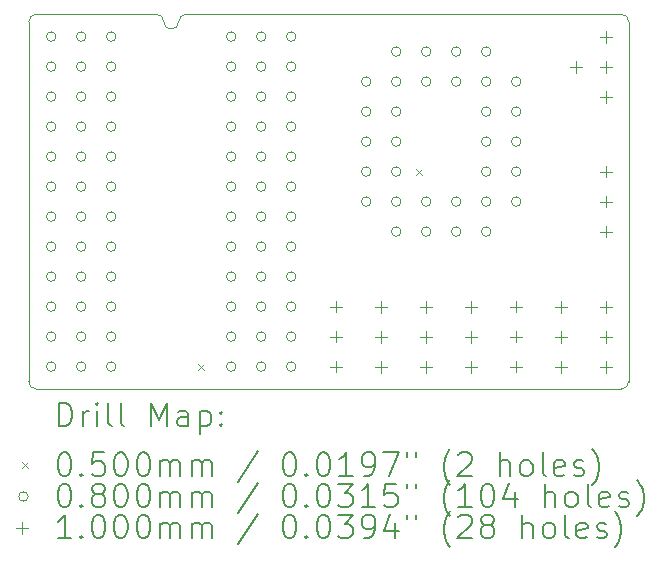
<source format=gbr>
%TF.GenerationSoftware,KiCad,Pcbnew,8.0.4*%
%TF.CreationDate,2024-11-26T19:47:34-06:00*%
%TF.ProjectId,Flash-2716,466c6173-682d-4323-9731-362e6b696361,rev?*%
%TF.SameCoordinates,Original*%
%TF.FileFunction,Drillmap*%
%TF.FilePolarity,Positive*%
%FSLAX45Y45*%
G04 Gerber Fmt 4.5, Leading zero omitted, Abs format (unit mm)*
G04 Created by KiCad (PCBNEW 8.0.4) date 2024-11-26 19:47:34*
%MOMM*%
%LPD*%
G01*
G04 APERTURE LIST*
%ADD10C,0.100000*%
%ADD11C,0.200000*%
G04 APERTURE END LIST*
D10*
X11049000Y-7429500D02*
G75*
G02*
X11112500Y-7493000I0J-63500D01*
G01*
X11239500Y-7493000D02*
G75*
G02*
X11303000Y-7429500I63500J0D01*
G01*
X15049500Y-10541000D02*
G75*
G02*
X14986000Y-10604500I-63500J0D01*
G01*
X11303000Y-7429500D02*
X14986000Y-7429500D01*
X14986000Y-10604500D02*
X10033000Y-10604500D01*
X10033000Y-10604500D02*
G75*
G02*
X9969500Y-10541000I0J63500D01*
G01*
X9969500Y-10541000D02*
X9969500Y-7493000D01*
X10033000Y-7429500D02*
X11049000Y-7429500D01*
X9969500Y-7493000D02*
G75*
G02*
X10033000Y-7429500I63500J0D01*
G01*
X14986000Y-7429500D02*
G75*
G02*
X15049500Y-7493000I0J-63500D01*
G01*
X11239500Y-7493000D02*
G75*
G02*
X11112500Y-7493000I-63500J0D01*
G01*
X15049500Y-7493000D02*
X15049500Y-10541000D01*
D11*
D10*
X11405000Y-10389000D02*
X11455000Y-10439000D01*
X11455000Y-10389000D02*
X11405000Y-10439000D01*
X13246500Y-8738000D02*
X13296500Y-8788000D01*
X13296500Y-8738000D02*
X13246500Y-8788000D01*
X10200000Y-7620000D02*
G75*
G02*
X10120000Y-7620000I-40000J0D01*
G01*
X10120000Y-7620000D02*
G75*
G02*
X10200000Y-7620000I40000J0D01*
G01*
X10200000Y-7874000D02*
G75*
G02*
X10120000Y-7874000I-40000J0D01*
G01*
X10120000Y-7874000D02*
G75*
G02*
X10200000Y-7874000I40000J0D01*
G01*
X10200000Y-8128000D02*
G75*
G02*
X10120000Y-8128000I-40000J0D01*
G01*
X10120000Y-8128000D02*
G75*
G02*
X10200000Y-8128000I40000J0D01*
G01*
X10200000Y-8382000D02*
G75*
G02*
X10120000Y-8382000I-40000J0D01*
G01*
X10120000Y-8382000D02*
G75*
G02*
X10200000Y-8382000I40000J0D01*
G01*
X10200000Y-8636000D02*
G75*
G02*
X10120000Y-8636000I-40000J0D01*
G01*
X10120000Y-8636000D02*
G75*
G02*
X10200000Y-8636000I40000J0D01*
G01*
X10200000Y-8890000D02*
G75*
G02*
X10120000Y-8890000I-40000J0D01*
G01*
X10120000Y-8890000D02*
G75*
G02*
X10200000Y-8890000I40000J0D01*
G01*
X10200000Y-9144000D02*
G75*
G02*
X10120000Y-9144000I-40000J0D01*
G01*
X10120000Y-9144000D02*
G75*
G02*
X10200000Y-9144000I40000J0D01*
G01*
X10200000Y-9398000D02*
G75*
G02*
X10120000Y-9398000I-40000J0D01*
G01*
X10120000Y-9398000D02*
G75*
G02*
X10200000Y-9398000I40000J0D01*
G01*
X10200000Y-9652000D02*
G75*
G02*
X10120000Y-9652000I-40000J0D01*
G01*
X10120000Y-9652000D02*
G75*
G02*
X10200000Y-9652000I40000J0D01*
G01*
X10200000Y-9906000D02*
G75*
G02*
X10120000Y-9906000I-40000J0D01*
G01*
X10120000Y-9906000D02*
G75*
G02*
X10200000Y-9906000I40000J0D01*
G01*
X10200000Y-10160000D02*
G75*
G02*
X10120000Y-10160000I-40000J0D01*
G01*
X10120000Y-10160000D02*
G75*
G02*
X10200000Y-10160000I40000J0D01*
G01*
X10200000Y-10414000D02*
G75*
G02*
X10120000Y-10414000I-40000J0D01*
G01*
X10120000Y-10414000D02*
G75*
G02*
X10200000Y-10414000I40000J0D01*
G01*
X10454000Y-7620000D02*
G75*
G02*
X10374000Y-7620000I-40000J0D01*
G01*
X10374000Y-7620000D02*
G75*
G02*
X10454000Y-7620000I40000J0D01*
G01*
X10454000Y-7874000D02*
G75*
G02*
X10374000Y-7874000I-40000J0D01*
G01*
X10374000Y-7874000D02*
G75*
G02*
X10454000Y-7874000I40000J0D01*
G01*
X10454000Y-8128000D02*
G75*
G02*
X10374000Y-8128000I-40000J0D01*
G01*
X10374000Y-8128000D02*
G75*
G02*
X10454000Y-8128000I40000J0D01*
G01*
X10454000Y-8382000D02*
G75*
G02*
X10374000Y-8382000I-40000J0D01*
G01*
X10374000Y-8382000D02*
G75*
G02*
X10454000Y-8382000I40000J0D01*
G01*
X10454000Y-8636000D02*
G75*
G02*
X10374000Y-8636000I-40000J0D01*
G01*
X10374000Y-8636000D02*
G75*
G02*
X10454000Y-8636000I40000J0D01*
G01*
X10454000Y-8890000D02*
G75*
G02*
X10374000Y-8890000I-40000J0D01*
G01*
X10374000Y-8890000D02*
G75*
G02*
X10454000Y-8890000I40000J0D01*
G01*
X10454000Y-9144000D02*
G75*
G02*
X10374000Y-9144000I-40000J0D01*
G01*
X10374000Y-9144000D02*
G75*
G02*
X10454000Y-9144000I40000J0D01*
G01*
X10454000Y-9398000D02*
G75*
G02*
X10374000Y-9398000I-40000J0D01*
G01*
X10374000Y-9398000D02*
G75*
G02*
X10454000Y-9398000I40000J0D01*
G01*
X10454000Y-9652000D02*
G75*
G02*
X10374000Y-9652000I-40000J0D01*
G01*
X10374000Y-9652000D02*
G75*
G02*
X10454000Y-9652000I40000J0D01*
G01*
X10454000Y-9906000D02*
G75*
G02*
X10374000Y-9906000I-40000J0D01*
G01*
X10374000Y-9906000D02*
G75*
G02*
X10454000Y-9906000I40000J0D01*
G01*
X10454000Y-10160000D02*
G75*
G02*
X10374000Y-10160000I-40000J0D01*
G01*
X10374000Y-10160000D02*
G75*
G02*
X10454000Y-10160000I40000J0D01*
G01*
X10454000Y-10414000D02*
G75*
G02*
X10374000Y-10414000I-40000J0D01*
G01*
X10374000Y-10414000D02*
G75*
G02*
X10454000Y-10414000I40000J0D01*
G01*
X10708000Y-7620000D02*
G75*
G02*
X10628000Y-7620000I-40000J0D01*
G01*
X10628000Y-7620000D02*
G75*
G02*
X10708000Y-7620000I40000J0D01*
G01*
X10708000Y-7874000D02*
G75*
G02*
X10628000Y-7874000I-40000J0D01*
G01*
X10628000Y-7874000D02*
G75*
G02*
X10708000Y-7874000I40000J0D01*
G01*
X10708000Y-8128000D02*
G75*
G02*
X10628000Y-8128000I-40000J0D01*
G01*
X10628000Y-8128000D02*
G75*
G02*
X10708000Y-8128000I40000J0D01*
G01*
X10708000Y-8382000D02*
G75*
G02*
X10628000Y-8382000I-40000J0D01*
G01*
X10628000Y-8382000D02*
G75*
G02*
X10708000Y-8382000I40000J0D01*
G01*
X10708000Y-8636000D02*
G75*
G02*
X10628000Y-8636000I-40000J0D01*
G01*
X10628000Y-8636000D02*
G75*
G02*
X10708000Y-8636000I40000J0D01*
G01*
X10708000Y-8890000D02*
G75*
G02*
X10628000Y-8890000I-40000J0D01*
G01*
X10628000Y-8890000D02*
G75*
G02*
X10708000Y-8890000I40000J0D01*
G01*
X10708000Y-9144000D02*
G75*
G02*
X10628000Y-9144000I-40000J0D01*
G01*
X10628000Y-9144000D02*
G75*
G02*
X10708000Y-9144000I40000J0D01*
G01*
X10708000Y-9398000D02*
G75*
G02*
X10628000Y-9398000I-40000J0D01*
G01*
X10628000Y-9398000D02*
G75*
G02*
X10708000Y-9398000I40000J0D01*
G01*
X10708000Y-9652000D02*
G75*
G02*
X10628000Y-9652000I-40000J0D01*
G01*
X10628000Y-9652000D02*
G75*
G02*
X10708000Y-9652000I40000J0D01*
G01*
X10708000Y-9906000D02*
G75*
G02*
X10628000Y-9906000I-40000J0D01*
G01*
X10628000Y-9906000D02*
G75*
G02*
X10708000Y-9906000I40000J0D01*
G01*
X10708000Y-10160000D02*
G75*
G02*
X10628000Y-10160000I-40000J0D01*
G01*
X10628000Y-10160000D02*
G75*
G02*
X10708000Y-10160000I40000J0D01*
G01*
X10708000Y-10414000D02*
G75*
G02*
X10628000Y-10414000I-40000J0D01*
G01*
X10628000Y-10414000D02*
G75*
G02*
X10708000Y-10414000I40000J0D01*
G01*
X11724000Y-7620000D02*
G75*
G02*
X11644000Y-7620000I-40000J0D01*
G01*
X11644000Y-7620000D02*
G75*
G02*
X11724000Y-7620000I40000J0D01*
G01*
X11724000Y-7874000D02*
G75*
G02*
X11644000Y-7874000I-40000J0D01*
G01*
X11644000Y-7874000D02*
G75*
G02*
X11724000Y-7874000I40000J0D01*
G01*
X11724000Y-8128000D02*
G75*
G02*
X11644000Y-8128000I-40000J0D01*
G01*
X11644000Y-8128000D02*
G75*
G02*
X11724000Y-8128000I40000J0D01*
G01*
X11724000Y-8382000D02*
G75*
G02*
X11644000Y-8382000I-40000J0D01*
G01*
X11644000Y-8382000D02*
G75*
G02*
X11724000Y-8382000I40000J0D01*
G01*
X11724000Y-8636000D02*
G75*
G02*
X11644000Y-8636000I-40000J0D01*
G01*
X11644000Y-8636000D02*
G75*
G02*
X11724000Y-8636000I40000J0D01*
G01*
X11724000Y-8890000D02*
G75*
G02*
X11644000Y-8890000I-40000J0D01*
G01*
X11644000Y-8890000D02*
G75*
G02*
X11724000Y-8890000I40000J0D01*
G01*
X11724000Y-9144000D02*
G75*
G02*
X11644000Y-9144000I-40000J0D01*
G01*
X11644000Y-9144000D02*
G75*
G02*
X11724000Y-9144000I40000J0D01*
G01*
X11724000Y-9398000D02*
G75*
G02*
X11644000Y-9398000I-40000J0D01*
G01*
X11644000Y-9398000D02*
G75*
G02*
X11724000Y-9398000I40000J0D01*
G01*
X11724000Y-9652000D02*
G75*
G02*
X11644000Y-9652000I-40000J0D01*
G01*
X11644000Y-9652000D02*
G75*
G02*
X11724000Y-9652000I40000J0D01*
G01*
X11724000Y-9906000D02*
G75*
G02*
X11644000Y-9906000I-40000J0D01*
G01*
X11644000Y-9906000D02*
G75*
G02*
X11724000Y-9906000I40000J0D01*
G01*
X11724000Y-10160000D02*
G75*
G02*
X11644000Y-10160000I-40000J0D01*
G01*
X11644000Y-10160000D02*
G75*
G02*
X11724000Y-10160000I40000J0D01*
G01*
X11724000Y-10414000D02*
G75*
G02*
X11644000Y-10414000I-40000J0D01*
G01*
X11644000Y-10414000D02*
G75*
G02*
X11724000Y-10414000I40000J0D01*
G01*
X11978000Y-7620000D02*
G75*
G02*
X11898000Y-7620000I-40000J0D01*
G01*
X11898000Y-7620000D02*
G75*
G02*
X11978000Y-7620000I40000J0D01*
G01*
X11978000Y-7874000D02*
G75*
G02*
X11898000Y-7874000I-40000J0D01*
G01*
X11898000Y-7874000D02*
G75*
G02*
X11978000Y-7874000I40000J0D01*
G01*
X11978000Y-8128000D02*
G75*
G02*
X11898000Y-8128000I-40000J0D01*
G01*
X11898000Y-8128000D02*
G75*
G02*
X11978000Y-8128000I40000J0D01*
G01*
X11978000Y-8382000D02*
G75*
G02*
X11898000Y-8382000I-40000J0D01*
G01*
X11898000Y-8382000D02*
G75*
G02*
X11978000Y-8382000I40000J0D01*
G01*
X11978000Y-8636000D02*
G75*
G02*
X11898000Y-8636000I-40000J0D01*
G01*
X11898000Y-8636000D02*
G75*
G02*
X11978000Y-8636000I40000J0D01*
G01*
X11978000Y-8890000D02*
G75*
G02*
X11898000Y-8890000I-40000J0D01*
G01*
X11898000Y-8890000D02*
G75*
G02*
X11978000Y-8890000I40000J0D01*
G01*
X11978000Y-9144000D02*
G75*
G02*
X11898000Y-9144000I-40000J0D01*
G01*
X11898000Y-9144000D02*
G75*
G02*
X11978000Y-9144000I40000J0D01*
G01*
X11978000Y-9398000D02*
G75*
G02*
X11898000Y-9398000I-40000J0D01*
G01*
X11898000Y-9398000D02*
G75*
G02*
X11978000Y-9398000I40000J0D01*
G01*
X11978000Y-9652000D02*
G75*
G02*
X11898000Y-9652000I-40000J0D01*
G01*
X11898000Y-9652000D02*
G75*
G02*
X11978000Y-9652000I40000J0D01*
G01*
X11978000Y-9906000D02*
G75*
G02*
X11898000Y-9906000I-40000J0D01*
G01*
X11898000Y-9906000D02*
G75*
G02*
X11978000Y-9906000I40000J0D01*
G01*
X11978000Y-10160000D02*
G75*
G02*
X11898000Y-10160000I-40000J0D01*
G01*
X11898000Y-10160000D02*
G75*
G02*
X11978000Y-10160000I40000J0D01*
G01*
X11978000Y-10414000D02*
G75*
G02*
X11898000Y-10414000I-40000J0D01*
G01*
X11898000Y-10414000D02*
G75*
G02*
X11978000Y-10414000I40000J0D01*
G01*
X12232000Y-7620000D02*
G75*
G02*
X12152000Y-7620000I-40000J0D01*
G01*
X12152000Y-7620000D02*
G75*
G02*
X12232000Y-7620000I40000J0D01*
G01*
X12232000Y-7874000D02*
G75*
G02*
X12152000Y-7874000I-40000J0D01*
G01*
X12152000Y-7874000D02*
G75*
G02*
X12232000Y-7874000I40000J0D01*
G01*
X12232000Y-8128000D02*
G75*
G02*
X12152000Y-8128000I-40000J0D01*
G01*
X12152000Y-8128000D02*
G75*
G02*
X12232000Y-8128000I40000J0D01*
G01*
X12232000Y-8382000D02*
G75*
G02*
X12152000Y-8382000I-40000J0D01*
G01*
X12152000Y-8382000D02*
G75*
G02*
X12232000Y-8382000I40000J0D01*
G01*
X12232000Y-8636000D02*
G75*
G02*
X12152000Y-8636000I-40000J0D01*
G01*
X12152000Y-8636000D02*
G75*
G02*
X12232000Y-8636000I40000J0D01*
G01*
X12232000Y-8890000D02*
G75*
G02*
X12152000Y-8890000I-40000J0D01*
G01*
X12152000Y-8890000D02*
G75*
G02*
X12232000Y-8890000I40000J0D01*
G01*
X12232000Y-9144000D02*
G75*
G02*
X12152000Y-9144000I-40000J0D01*
G01*
X12152000Y-9144000D02*
G75*
G02*
X12232000Y-9144000I40000J0D01*
G01*
X12232000Y-9398000D02*
G75*
G02*
X12152000Y-9398000I-40000J0D01*
G01*
X12152000Y-9398000D02*
G75*
G02*
X12232000Y-9398000I40000J0D01*
G01*
X12232000Y-9652000D02*
G75*
G02*
X12152000Y-9652000I-40000J0D01*
G01*
X12152000Y-9652000D02*
G75*
G02*
X12232000Y-9652000I40000J0D01*
G01*
X12232000Y-9906000D02*
G75*
G02*
X12152000Y-9906000I-40000J0D01*
G01*
X12152000Y-9906000D02*
G75*
G02*
X12232000Y-9906000I40000J0D01*
G01*
X12232000Y-10160000D02*
G75*
G02*
X12152000Y-10160000I-40000J0D01*
G01*
X12152000Y-10160000D02*
G75*
G02*
X12232000Y-10160000I40000J0D01*
G01*
X12232000Y-10414000D02*
G75*
G02*
X12152000Y-10414000I-40000J0D01*
G01*
X12152000Y-10414000D02*
G75*
G02*
X12232000Y-10414000I40000J0D01*
G01*
X12867000Y-8001000D02*
G75*
G02*
X12787000Y-8001000I-40000J0D01*
G01*
X12787000Y-8001000D02*
G75*
G02*
X12867000Y-8001000I40000J0D01*
G01*
X12867000Y-8255000D02*
G75*
G02*
X12787000Y-8255000I-40000J0D01*
G01*
X12787000Y-8255000D02*
G75*
G02*
X12867000Y-8255000I40000J0D01*
G01*
X12867000Y-8509000D02*
G75*
G02*
X12787000Y-8509000I-40000J0D01*
G01*
X12787000Y-8509000D02*
G75*
G02*
X12867000Y-8509000I40000J0D01*
G01*
X12867000Y-8763000D02*
G75*
G02*
X12787000Y-8763000I-40000J0D01*
G01*
X12787000Y-8763000D02*
G75*
G02*
X12867000Y-8763000I40000J0D01*
G01*
X12867000Y-9017000D02*
G75*
G02*
X12787000Y-9017000I-40000J0D01*
G01*
X12787000Y-9017000D02*
G75*
G02*
X12867000Y-9017000I40000J0D01*
G01*
X13121000Y-7747000D02*
G75*
G02*
X13041000Y-7747000I-40000J0D01*
G01*
X13041000Y-7747000D02*
G75*
G02*
X13121000Y-7747000I40000J0D01*
G01*
X13121000Y-8001000D02*
G75*
G02*
X13041000Y-8001000I-40000J0D01*
G01*
X13041000Y-8001000D02*
G75*
G02*
X13121000Y-8001000I40000J0D01*
G01*
X13121000Y-8255000D02*
G75*
G02*
X13041000Y-8255000I-40000J0D01*
G01*
X13041000Y-8255000D02*
G75*
G02*
X13121000Y-8255000I40000J0D01*
G01*
X13121000Y-8509000D02*
G75*
G02*
X13041000Y-8509000I-40000J0D01*
G01*
X13041000Y-8509000D02*
G75*
G02*
X13121000Y-8509000I40000J0D01*
G01*
X13121000Y-8763000D02*
G75*
G02*
X13041000Y-8763000I-40000J0D01*
G01*
X13041000Y-8763000D02*
G75*
G02*
X13121000Y-8763000I40000J0D01*
G01*
X13121000Y-9017000D02*
G75*
G02*
X13041000Y-9017000I-40000J0D01*
G01*
X13041000Y-9017000D02*
G75*
G02*
X13121000Y-9017000I40000J0D01*
G01*
X13121000Y-9271000D02*
G75*
G02*
X13041000Y-9271000I-40000J0D01*
G01*
X13041000Y-9271000D02*
G75*
G02*
X13121000Y-9271000I40000J0D01*
G01*
X13375000Y-7747000D02*
G75*
G02*
X13295000Y-7747000I-40000J0D01*
G01*
X13295000Y-7747000D02*
G75*
G02*
X13375000Y-7747000I40000J0D01*
G01*
X13375000Y-8001000D02*
G75*
G02*
X13295000Y-8001000I-40000J0D01*
G01*
X13295000Y-8001000D02*
G75*
G02*
X13375000Y-8001000I40000J0D01*
G01*
X13375000Y-9017000D02*
G75*
G02*
X13295000Y-9017000I-40000J0D01*
G01*
X13295000Y-9017000D02*
G75*
G02*
X13375000Y-9017000I40000J0D01*
G01*
X13375000Y-9271000D02*
G75*
G02*
X13295000Y-9271000I-40000J0D01*
G01*
X13295000Y-9271000D02*
G75*
G02*
X13375000Y-9271000I40000J0D01*
G01*
X13629000Y-7747000D02*
G75*
G02*
X13549000Y-7747000I-40000J0D01*
G01*
X13549000Y-7747000D02*
G75*
G02*
X13629000Y-7747000I40000J0D01*
G01*
X13629000Y-8001000D02*
G75*
G02*
X13549000Y-8001000I-40000J0D01*
G01*
X13549000Y-8001000D02*
G75*
G02*
X13629000Y-8001000I40000J0D01*
G01*
X13629000Y-9017000D02*
G75*
G02*
X13549000Y-9017000I-40000J0D01*
G01*
X13549000Y-9017000D02*
G75*
G02*
X13629000Y-9017000I40000J0D01*
G01*
X13629000Y-9271000D02*
G75*
G02*
X13549000Y-9271000I-40000J0D01*
G01*
X13549000Y-9271000D02*
G75*
G02*
X13629000Y-9271000I40000J0D01*
G01*
X13883000Y-7747000D02*
G75*
G02*
X13803000Y-7747000I-40000J0D01*
G01*
X13803000Y-7747000D02*
G75*
G02*
X13883000Y-7747000I40000J0D01*
G01*
X13883000Y-8001000D02*
G75*
G02*
X13803000Y-8001000I-40000J0D01*
G01*
X13803000Y-8001000D02*
G75*
G02*
X13883000Y-8001000I40000J0D01*
G01*
X13883000Y-8255000D02*
G75*
G02*
X13803000Y-8255000I-40000J0D01*
G01*
X13803000Y-8255000D02*
G75*
G02*
X13883000Y-8255000I40000J0D01*
G01*
X13883000Y-8509000D02*
G75*
G02*
X13803000Y-8509000I-40000J0D01*
G01*
X13803000Y-8509000D02*
G75*
G02*
X13883000Y-8509000I40000J0D01*
G01*
X13883000Y-8763000D02*
G75*
G02*
X13803000Y-8763000I-40000J0D01*
G01*
X13803000Y-8763000D02*
G75*
G02*
X13883000Y-8763000I40000J0D01*
G01*
X13883000Y-9017000D02*
G75*
G02*
X13803000Y-9017000I-40000J0D01*
G01*
X13803000Y-9017000D02*
G75*
G02*
X13883000Y-9017000I40000J0D01*
G01*
X13883000Y-9271000D02*
G75*
G02*
X13803000Y-9271000I-40000J0D01*
G01*
X13803000Y-9271000D02*
G75*
G02*
X13883000Y-9271000I40000J0D01*
G01*
X14137000Y-8001000D02*
G75*
G02*
X14057000Y-8001000I-40000J0D01*
G01*
X14057000Y-8001000D02*
G75*
G02*
X14137000Y-8001000I40000J0D01*
G01*
X14137000Y-8255000D02*
G75*
G02*
X14057000Y-8255000I-40000J0D01*
G01*
X14057000Y-8255000D02*
G75*
G02*
X14137000Y-8255000I40000J0D01*
G01*
X14137000Y-8509000D02*
G75*
G02*
X14057000Y-8509000I-40000J0D01*
G01*
X14057000Y-8509000D02*
G75*
G02*
X14137000Y-8509000I40000J0D01*
G01*
X14137000Y-8763000D02*
G75*
G02*
X14057000Y-8763000I-40000J0D01*
G01*
X14057000Y-8763000D02*
G75*
G02*
X14137000Y-8763000I40000J0D01*
G01*
X14137000Y-9017000D02*
G75*
G02*
X14057000Y-9017000I-40000J0D01*
G01*
X14057000Y-9017000D02*
G75*
G02*
X14137000Y-9017000I40000J0D01*
G01*
X12573000Y-9856000D02*
X12573000Y-9956000D01*
X12523000Y-9906000D02*
X12623000Y-9906000D01*
X12573000Y-10110000D02*
X12573000Y-10210000D01*
X12523000Y-10160000D02*
X12623000Y-10160000D01*
X12573000Y-10364000D02*
X12573000Y-10464000D01*
X12523000Y-10414000D02*
X12623000Y-10414000D01*
X12954000Y-9857500D02*
X12954000Y-9957500D01*
X12904000Y-9907500D02*
X13004000Y-9907500D01*
X12954000Y-10111500D02*
X12954000Y-10211500D01*
X12904000Y-10161500D02*
X13004000Y-10161500D01*
X12954000Y-10365500D02*
X12954000Y-10465500D01*
X12904000Y-10415500D02*
X13004000Y-10415500D01*
X13335000Y-9857500D02*
X13335000Y-9957500D01*
X13285000Y-9907500D02*
X13385000Y-9907500D01*
X13335000Y-10111500D02*
X13335000Y-10211500D01*
X13285000Y-10161500D02*
X13385000Y-10161500D01*
X13335000Y-10365500D02*
X13335000Y-10465500D01*
X13285000Y-10415500D02*
X13385000Y-10415500D01*
X13716000Y-9857500D02*
X13716000Y-9957500D01*
X13666000Y-9907500D02*
X13766000Y-9907500D01*
X13716000Y-10111500D02*
X13716000Y-10211500D01*
X13666000Y-10161500D02*
X13766000Y-10161500D01*
X13716000Y-10365500D02*
X13716000Y-10465500D01*
X13666000Y-10415500D02*
X13766000Y-10415500D01*
X14097000Y-9856000D02*
X14097000Y-9956000D01*
X14047000Y-9906000D02*
X14147000Y-9906000D01*
X14097000Y-10110000D02*
X14097000Y-10210000D01*
X14047000Y-10160000D02*
X14147000Y-10160000D01*
X14097000Y-10364000D02*
X14097000Y-10464000D01*
X14047000Y-10414000D02*
X14147000Y-10414000D01*
X14478000Y-9857500D02*
X14478000Y-9957500D01*
X14428000Y-9907500D02*
X14528000Y-9907500D01*
X14478000Y-10111500D02*
X14478000Y-10211500D01*
X14428000Y-10161500D02*
X14528000Y-10161500D01*
X14478000Y-10365500D02*
X14478000Y-10465500D01*
X14428000Y-10415500D02*
X14528000Y-10415500D01*
X14605000Y-7825500D02*
X14605000Y-7925500D01*
X14555000Y-7875500D02*
X14655000Y-7875500D01*
X14859000Y-7571500D02*
X14859000Y-7671500D01*
X14809000Y-7621500D02*
X14909000Y-7621500D01*
X14859000Y-7825500D02*
X14859000Y-7925500D01*
X14809000Y-7875500D02*
X14909000Y-7875500D01*
X14859000Y-8079500D02*
X14859000Y-8179500D01*
X14809000Y-8129500D02*
X14909000Y-8129500D01*
X14859000Y-8713000D02*
X14859000Y-8813000D01*
X14809000Y-8763000D02*
X14909000Y-8763000D01*
X14859000Y-8967000D02*
X14859000Y-9067000D01*
X14809000Y-9017000D02*
X14909000Y-9017000D01*
X14859000Y-9221000D02*
X14859000Y-9321000D01*
X14809000Y-9271000D02*
X14909000Y-9271000D01*
X14859000Y-9857500D02*
X14859000Y-9957500D01*
X14809000Y-9907500D02*
X14909000Y-9907500D01*
X14859000Y-10111500D02*
X14859000Y-10211500D01*
X14809000Y-10161500D02*
X14909000Y-10161500D01*
X14859000Y-10365500D02*
X14859000Y-10465500D01*
X14809000Y-10415500D02*
X14909000Y-10415500D01*
D11*
X10225277Y-10920984D02*
X10225277Y-10720984D01*
X10225277Y-10720984D02*
X10272896Y-10720984D01*
X10272896Y-10720984D02*
X10301467Y-10730508D01*
X10301467Y-10730508D02*
X10320515Y-10749555D01*
X10320515Y-10749555D02*
X10330039Y-10768603D01*
X10330039Y-10768603D02*
X10339563Y-10806698D01*
X10339563Y-10806698D02*
X10339563Y-10835270D01*
X10339563Y-10835270D02*
X10330039Y-10873365D01*
X10330039Y-10873365D02*
X10320515Y-10892412D01*
X10320515Y-10892412D02*
X10301467Y-10911460D01*
X10301467Y-10911460D02*
X10272896Y-10920984D01*
X10272896Y-10920984D02*
X10225277Y-10920984D01*
X10425277Y-10920984D02*
X10425277Y-10787650D01*
X10425277Y-10825746D02*
X10434801Y-10806698D01*
X10434801Y-10806698D02*
X10444324Y-10797174D01*
X10444324Y-10797174D02*
X10463372Y-10787650D01*
X10463372Y-10787650D02*
X10482420Y-10787650D01*
X10549086Y-10920984D02*
X10549086Y-10787650D01*
X10549086Y-10720984D02*
X10539563Y-10730508D01*
X10539563Y-10730508D02*
X10549086Y-10740031D01*
X10549086Y-10740031D02*
X10558610Y-10730508D01*
X10558610Y-10730508D02*
X10549086Y-10720984D01*
X10549086Y-10720984D02*
X10549086Y-10740031D01*
X10672896Y-10920984D02*
X10653848Y-10911460D01*
X10653848Y-10911460D02*
X10644324Y-10892412D01*
X10644324Y-10892412D02*
X10644324Y-10720984D01*
X10777658Y-10920984D02*
X10758610Y-10911460D01*
X10758610Y-10911460D02*
X10749086Y-10892412D01*
X10749086Y-10892412D02*
X10749086Y-10720984D01*
X11006229Y-10920984D02*
X11006229Y-10720984D01*
X11006229Y-10720984D02*
X11072896Y-10863841D01*
X11072896Y-10863841D02*
X11139563Y-10720984D01*
X11139563Y-10720984D02*
X11139563Y-10920984D01*
X11320515Y-10920984D02*
X11320515Y-10816222D01*
X11320515Y-10816222D02*
X11310991Y-10797174D01*
X11310991Y-10797174D02*
X11291943Y-10787650D01*
X11291943Y-10787650D02*
X11253848Y-10787650D01*
X11253848Y-10787650D02*
X11234801Y-10797174D01*
X11320515Y-10911460D02*
X11301467Y-10920984D01*
X11301467Y-10920984D02*
X11253848Y-10920984D01*
X11253848Y-10920984D02*
X11234801Y-10911460D01*
X11234801Y-10911460D02*
X11225277Y-10892412D01*
X11225277Y-10892412D02*
X11225277Y-10873365D01*
X11225277Y-10873365D02*
X11234801Y-10854317D01*
X11234801Y-10854317D02*
X11253848Y-10844793D01*
X11253848Y-10844793D02*
X11301467Y-10844793D01*
X11301467Y-10844793D02*
X11320515Y-10835270D01*
X11415753Y-10787650D02*
X11415753Y-10987650D01*
X11415753Y-10797174D02*
X11434801Y-10787650D01*
X11434801Y-10787650D02*
X11472896Y-10787650D01*
X11472896Y-10787650D02*
X11491943Y-10797174D01*
X11491943Y-10797174D02*
X11501467Y-10806698D01*
X11501467Y-10806698D02*
X11510991Y-10825746D01*
X11510991Y-10825746D02*
X11510991Y-10882889D01*
X11510991Y-10882889D02*
X11501467Y-10901936D01*
X11501467Y-10901936D02*
X11491943Y-10911460D01*
X11491943Y-10911460D02*
X11472896Y-10920984D01*
X11472896Y-10920984D02*
X11434801Y-10920984D01*
X11434801Y-10920984D02*
X11415753Y-10911460D01*
X11596705Y-10901936D02*
X11606229Y-10911460D01*
X11606229Y-10911460D02*
X11596705Y-10920984D01*
X11596705Y-10920984D02*
X11587182Y-10911460D01*
X11587182Y-10911460D02*
X11596705Y-10901936D01*
X11596705Y-10901936D02*
X11596705Y-10920984D01*
X11596705Y-10797174D02*
X11606229Y-10806698D01*
X11606229Y-10806698D02*
X11596705Y-10816222D01*
X11596705Y-10816222D02*
X11587182Y-10806698D01*
X11587182Y-10806698D02*
X11596705Y-10797174D01*
X11596705Y-10797174D02*
X11596705Y-10816222D01*
D10*
X9914500Y-11224500D02*
X9964500Y-11274500D01*
X9964500Y-11224500D02*
X9914500Y-11274500D01*
D11*
X10263372Y-11140984D02*
X10282420Y-11140984D01*
X10282420Y-11140984D02*
X10301467Y-11150508D01*
X10301467Y-11150508D02*
X10310991Y-11160031D01*
X10310991Y-11160031D02*
X10320515Y-11179079D01*
X10320515Y-11179079D02*
X10330039Y-11217174D01*
X10330039Y-11217174D02*
X10330039Y-11264793D01*
X10330039Y-11264793D02*
X10320515Y-11302888D01*
X10320515Y-11302888D02*
X10310991Y-11321936D01*
X10310991Y-11321936D02*
X10301467Y-11331460D01*
X10301467Y-11331460D02*
X10282420Y-11340984D01*
X10282420Y-11340984D02*
X10263372Y-11340984D01*
X10263372Y-11340984D02*
X10244324Y-11331460D01*
X10244324Y-11331460D02*
X10234801Y-11321936D01*
X10234801Y-11321936D02*
X10225277Y-11302888D01*
X10225277Y-11302888D02*
X10215753Y-11264793D01*
X10215753Y-11264793D02*
X10215753Y-11217174D01*
X10215753Y-11217174D02*
X10225277Y-11179079D01*
X10225277Y-11179079D02*
X10234801Y-11160031D01*
X10234801Y-11160031D02*
X10244324Y-11150508D01*
X10244324Y-11150508D02*
X10263372Y-11140984D01*
X10415753Y-11321936D02*
X10425277Y-11331460D01*
X10425277Y-11331460D02*
X10415753Y-11340984D01*
X10415753Y-11340984D02*
X10406229Y-11331460D01*
X10406229Y-11331460D02*
X10415753Y-11321936D01*
X10415753Y-11321936D02*
X10415753Y-11340984D01*
X10606229Y-11140984D02*
X10510991Y-11140984D01*
X10510991Y-11140984D02*
X10501467Y-11236222D01*
X10501467Y-11236222D02*
X10510991Y-11226698D01*
X10510991Y-11226698D02*
X10530039Y-11217174D01*
X10530039Y-11217174D02*
X10577658Y-11217174D01*
X10577658Y-11217174D02*
X10596705Y-11226698D01*
X10596705Y-11226698D02*
X10606229Y-11236222D01*
X10606229Y-11236222D02*
X10615753Y-11255269D01*
X10615753Y-11255269D02*
X10615753Y-11302888D01*
X10615753Y-11302888D02*
X10606229Y-11321936D01*
X10606229Y-11321936D02*
X10596705Y-11331460D01*
X10596705Y-11331460D02*
X10577658Y-11340984D01*
X10577658Y-11340984D02*
X10530039Y-11340984D01*
X10530039Y-11340984D02*
X10510991Y-11331460D01*
X10510991Y-11331460D02*
X10501467Y-11321936D01*
X10739563Y-11140984D02*
X10758610Y-11140984D01*
X10758610Y-11140984D02*
X10777658Y-11150508D01*
X10777658Y-11150508D02*
X10787182Y-11160031D01*
X10787182Y-11160031D02*
X10796705Y-11179079D01*
X10796705Y-11179079D02*
X10806229Y-11217174D01*
X10806229Y-11217174D02*
X10806229Y-11264793D01*
X10806229Y-11264793D02*
X10796705Y-11302888D01*
X10796705Y-11302888D02*
X10787182Y-11321936D01*
X10787182Y-11321936D02*
X10777658Y-11331460D01*
X10777658Y-11331460D02*
X10758610Y-11340984D01*
X10758610Y-11340984D02*
X10739563Y-11340984D01*
X10739563Y-11340984D02*
X10720515Y-11331460D01*
X10720515Y-11331460D02*
X10710991Y-11321936D01*
X10710991Y-11321936D02*
X10701467Y-11302888D01*
X10701467Y-11302888D02*
X10691944Y-11264793D01*
X10691944Y-11264793D02*
X10691944Y-11217174D01*
X10691944Y-11217174D02*
X10701467Y-11179079D01*
X10701467Y-11179079D02*
X10710991Y-11160031D01*
X10710991Y-11160031D02*
X10720515Y-11150508D01*
X10720515Y-11150508D02*
X10739563Y-11140984D01*
X10930039Y-11140984D02*
X10949086Y-11140984D01*
X10949086Y-11140984D02*
X10968134Y-11150508D01*
X10968134Y-11150508D02*
X10977658Y-11160031D01*
X10977658Y-11160031D02*
X10987182Y-11179079D01*
X10987182Y-11179079D02*
X10996705Y-11217174D01*
X10996705Y-11217174D02*
X10996705Y-11264793D01*
X10996705Y-11264793D02*
X10987182Y-11302888D01*
X10987182Y-11302888D02*
X10977658Y-11321936D01*
X10977658Y-11321936D02*
X10968134Y-11331460D01*
X10968134Y-11331460D02*
X10949086Y-11340984D01*
X10949086Y-11340984D02*
X10930039Y-11340984D01*
X10930039Y-11340984D02*
X10910991Y-11331460D01*
X10910991Y-11331460D02*
X10901467Y-11321936D01*
X10901467Y-11321936D02*
X10891944Y-11302888D01*
X10891944Y-11302888D02*
X10882420Y-11264793D01*
X10882420Y-11264793D02*
X10882420Y-11217174D01*
X10882420Y-11217174D02*
X10891944Y-11179079D01*
X10891944Y-11179079D02*
X10901467Y-11160031D01*
X10901467Y-11160031D02*
X10910991Y-11150508D01*
X10910991Y-11150508D02*
X10930039Y-11140984D01*
X11082420Y-11340984D02*
X11082420Y-11207650D01*
X11082420Y-11226698D02*
X11091944Y-11217174D01*
X11091944Y-11217174D02*
X11110991Y-11207650D01*
X11110991Y-11207650D02*
X11139563Y-11207650D01*
X11139563Y-11207650D02*
X11158610Y-11217174D01*
X11158610Y-11217174D02*
X11168134Y-11236222D01*
X11168134Y-11236222D02*
X11168134Y-11340984D01*
X11168134Y-11236222D02*
X11177658Y-11217174D01*
X11177658Y-11217174D02*
X11196705Y-11207650D01*
X11196705Y-11207650D02*
X11225277Y-11207650D01*
X11225277Y-11207650D02*
X11244324Y-11217174D01*
X11244324Y-11217174D02*
X11253848Y-11236222D01*
X11253848Y-11236222D02*
X11253848Y-11340984D01*
X11349086Y-11340984D02*
X11349086Y-11207650D01*
X11349086Y-11226698D02*
X11358610Y-11217174D01*
X11358610Y-11217174D02*
X11377658Y-11207650D01*
X11377658Y-11207650D02*
X11406229Y-11207650D01*
X11406229Y-11207650D02*
X11425277Y-11217174D01*
X11425277Y-11217174D02*
X11434801Y-11236222D01*
X11434801Y-11236222D02*
X11434801Y-11340984D01*
X11434801Y-11236222D02*
X11444324Y-11217174D01*
X11444324Y-11217174D02*
X11463372Y-11207650D01*
X11463372Y-11207650D02*
X11491943Y-11207650D01*
X11491943Y-11207650D02*
X11510991Y-11217174D01*
X11510991Y-11217174D02*
X11520515Y-11236222D01*
X11520515Y-11236222D02*
X11520515Y-11340984D01*
X11910991Y-11131460D02*
X11739563Y-11388603D01*
X12168134Y-11140984D02*
X12187182Y-11140984D01*
X12187182Y-11140984D02*
X12206229Y-11150508D01*
X12206229Y-11150508D02*
X12215753Y-11160031D01*
X12215753Y-11160031D02*
X12225277Y-11179079D01*
X12225277Y-11179079D02*
X12234801Y-11217174D01*
X12234801Y-11217174D02*
X12234801Y-11264793D01*
X12234801Y-11264793D02*
X12225277Y-11302888D01*
X12225277Y-11302888D02*
X12215753Y-11321936D01*
X12215753Y-11321936D02*
X12206229Y-11331460D01*
X12206229Y-11331460D02*
X12187182Y-11340984D01*
X12187182Y-11340984D02*
X12168134Y-11340984D01*
X12168134Y-11340984D02*
X12149086Y-11331460D01*
X12149086Y-11331460D02*
X12139563Y-11321936D01*
X12139563Y-11321936D02*
X12130039Y-11302888D01*
X12130039Y-11302888D02*
X12120515Y-11264793D01*
X12120515Y-11264793D02*
X12120515Y-11217174D01*
X12120515Y-11217174D02*
X12130039Y-11179079D01*
X12130039Y-11179079D02*
X12139563Y-11160031D01*
X12139563Y-11160031D02*
X12149086Y-11150508D01*
X12149086Y-11150508D02*
X12168134Y-11140984D01*
X12320515Y-11321936D02*
X12330039Y-11331460D01*
X12330039Y-11331460D02*
X12320515Y-11340984D01*
X12320515Y-11340984D02*
X12310991Y-11331460D01*
X12310991Y-11331460D02*
X12320515Y-11321936D01*
X12320515Y-11321936D02*
X12320515Y-11340984D01*
X12453848Y-11140984D02*
X12472896Y-11140984D01*
X12472896Y-11140984D02*
X12491944Y-11150508D01*
X12491944Y-11150508D02*
X12501467Y-11160031D01*
X12501467Y-11160031D02*
X12510991Y-11179079D01*
X12510991Y-11179079D02*
X12520515Y-11217174D01*
X12520515Y-11217174D02*
X12520515Y-11264793D01*
X12520515Y-11264793D02*
X12510991Y-11302888D01*
X12510991Y-11302888D02*
X12501467Y-11321936D01*
X12501467Y-11321936D02*
X12491944Y-11331460D01*
X12491944Y-11331460D02*
X12472896Y-11340984D01*
X12472896Y-11340984D02*
X12453848Y-11340984D01*
X12453848Y-11340984D02*
X12434801Y-11331460D01*
X12434801Y-11331460D02*
X12425277Y-11321936D01*
X12425277Y-11321936D02*
X12415753Y-11302888D01*
X12415753Y-11302888D02*
X12406229Y-11264793D01*
X12406229Y-11264793D02*
X12406229Y-11217174D01*
X12406229Y-11217174D02*
X12415753Y-11179079D01*
X12415753Y-11179079D02*
X12425277Y-11160031D01*
X12425277Y-11160031D02*
X12434801Y-11150508D01*
X12434801Y-11150508D02*
X12453848Y-11140984D01*
X12710991Y-11340984D02*
X12596706Y-11340984D01*
X12653848Y-11340984D02*
X12653848Y-11140984D01*
X12653848Y-11140984D02*
X12634801Y-11169555D01*
X12634801Y-11169555D02*
X12615753Y-11188603D01*
X12615753Y-11188603D02*
X12596706Y-11198127D01*
X12806229Y-11340984D02*
X12844325Y-11340984D01*
X12844325Y-11340984D02*
X12863372Y-11331460D01*
X12863372Y-11331460D02*
X12872896Y-11321936D01*
X12872896Y-11321936D02*
X12891944Y-11293365D01*
X12891944Y-11293365D02*
X12901467Y-11255269D01*
X12901467Y-11255269D02*
X12901467Y-11179079D01*
X12901467Y-11179079D02*
X12891944Y-11160031D01*
X12891944Y-11160031D02*
X12882420Y-11150508D01*
X12882420Y-11150508D02*
X12863372Y-11140984D01*
X12863372Y-11140984D02*
X12825277Y-11140984D01*
X12825277Y-11140984D02*
X12806229Y-11150508D01*
X12806229Y-11150508D02*
X12796706Y-11160031D01*
X12796706Y-11160031D02*
X12787182Y-11179079D01*
X12787182Y-11179079D02*
X12787182Y-11226698D01*
X12787182Y-11226698D02*
X12796706Y-11245746D01*
X12796706Y-11245746D02*
X12806229Y-11255269D01*
X12806229Y-11255269D02*
X12825277Y-11264793D01*
X12825277Y-11264793D02*
X12863372Y-11264793D01*
X12863372Y-11264793D02*
X12882420Y-11255269D01*
X12882420Y-11255269D02*
X12891944Y-11245746D01*
X12891944Y-11245746D02*
X12901467Y-11226698D01*
X12968134Y-11140984D02*
X13101467Y-11140984D01*
X13101467Y-11140984D02*
X13015753Y-11340984D01*
X13168134Y-11140984D02*
X13168134Y-11179079D01*
X13244325Y-11140984D02*
X13244325Y-11179079D01*
X13539563Y-11417174D02*
X13530039Y-11407650D01*
X13530039Y-11407650D02*
X13510991Y-11379079D01*
X13510991Y-11379079D02*
X13501468Y-11360031D01*
X13501468Y-11360031D02*
X13491944Y-11331460D01*
X13491944Y-11331460D02*
X13482420Y-11283841D01*
X13482420Y-11283841D02*
X13482420Y-11245746D01*
X13482420Y-11245746D02*
X13491944Y-11198127D01*
X13491944Y-11198127D02*
X13501468Y-11169555D01*
X13501468Y-11169555D02*
X13510991Y-11150508D01*
X13510991Y-11150508D02*
X13530039Y-11121936D01*
X13530039Y-11121936D02*
X13539563Y-11112412D01*
X13606229Y-11160031D02*
X13615753Y-11150508D01*
X13615753Y-11150508D02*
X13634801Y-11140984D01*
X13634801Y-11140984D02*
X13682420Y-11140984D01*
X13682420Y-11140984D02*
X13701468Y-11150508D01*
X13701468Y-11150508D02*
X13710991Y-11160031D01*
X13710991Y-11160031D02*
X13720515Y-11179079D01*
X13720515Y-11179079D02*
X13720515Y-11198127D01*
X13720515Y-11198127D02*
X13710991Y-11226698D01*
X13710991Y-11226698D02*
X13596706Y-11340984D01*
X13596706Y-11340984D02*
X13720515Y-11340984D01*
X13958610Y-11340984D02*
X13958610Y-11140984D01*
X14044325Y-11340984D02*
X14044325Y-11236222D01*
X14044325Y-11236222D02*
X14034801Y-11217174D01*
X14034801Y-11217174D02*
X14015753Y-11207650D01*
X14015753Y-11207650D02*
X13987182Y-11207650D01*
X13987182Y-11207650D02*
X13968134Y-11217174D01*
X13968134Y-11217174D02*
X13958610Y-11226698D01*
X14168134Y-11340984D02*
X14149087Y-11331460D01*
X14149087Y-11331460D02*
X14139563Y-11321936D01*
X14139563Y-11321936D02*
X14130039Y-11302888D01*
X14130039Y-11302888D02*
X14130039Y-11245746D01*
X14130039Y-11245746D02*
X14139563Y-11226698D01*
X14139563Y-11226698D02*
X14149087Y-11217174D01*
X14149087Y-11217174D02*
X14168134Y-11207650D01*
X14168134Y-11207650D02*
X14196706Y-11207650D01*
X14196706Y-11207650D02*
X14215753Y-11217174D01*
X14215753Y-11217174D02*
X14225277Y-11226698D01*
X14225277Y-11226698D02*
X14234801Y-11245746D01*
X14234801Y-11245746D02*
X14234801Y-11302888D01*
X14234801Y-11302888D02*
X14225277Y-11321936D01*
X14225277Y-11321936D02*
X14215753Y-11331460D01*
X14215753Y-11331460D02*
X14196706Y-11340984D01*
X14196706Y-11340984D02*
X14168134Y-11340984D01*
X14349087Y-11340984D02*
X14330039Y-11331460D01*
X14330039Y-11331460D02*
X14320515Y-11312412D01*
X14320515Y-11312412D02*
X14320515Y-11140984D01*
X14501468Y-11331460D02*
X14482420Y-11340984D01*
X14482420Y-11340984D02*
X14444325Y-11340984D01*
X14444325Y-11340984D02*
X14425277Y-11331460D01*
X14425277Y-11331460D02*
X14415753Y-11312412D01*
X14415753Y-11312412D02*
X14415753Y-11236222D01*
X14415753Y-11236222D02*
X14425277Y-11217174D01*
X14425277Y-11217174D02*
X14444325Y-11207650D01*
X14444325Y-11207650D02*
X14482420Y-11207650D01*
X14482420Y-11207650D02*
X14501468Y-11217174D01*
X14501468Y-11217174D02*
X14510991Y-11236222D01*
X14510991Y-11236222D02*
X14510991Y-11255269D01*
X14510991Y-11255269D02*
X14415753Y-11274317D01*
X14587182Y-11331460D02*
X14606230Y-11340984D01*
X14606230Y-11340984D02*
X14644325Y-11340984D01*
X14644325Y-11340984D02*
X14663372Y-11331460D01*
X14663372Y-11331460D02*
X14672896Y-11312412D01*
X14672896Y-11312412D02*
X14672896Y-11302888D01*
X14672896Y-11302888D02*
X14663372Y-11283841D01*
X14663372Y-11283841D02*
X14644325Y-11274317D01*
X14644325Y-11274317D02*
X14615753Y-11274317D01*
X14615753Y-11274317D02*
X14596706Y-11264793D01*
X14596706Y-11264793D02*
X14587182Y-11245746D01*
X14587182Y-11245746D02*
X14587182Y-11236222D01*
X14587182Y-11236222D02*
X14596706Y-11217174D01*
X14596706Y-11217174D02*
X14615753Y-11207650D01*
X14615753Y-11207650D02*
X14644325Y-11207650D01*
X14644325Y-11207650D02*
X14663372Y-11217174D01*
X14739563Y-11417174D02*
X14749087Y-11407650D01*
X14749087Y-11407650D02*
X14768134Y-11379079D01*
X14768134Y-11379079D02*
X14777658Y-11360031D01*
X14777658Y-11360031D02*
X14787182Y-11331460D01*
X14787182Y-11331460D02*
X14796706Y-11283841D01*
X14796706Y-11283841D02*
X14796706Y-11245746D01*
X14796706Y-11245746D02*
X14787182Y-11198127D01*
X14787182Y-11198127D02*
X14777658Y-11169555D01*
X14777658Y-11169555D02*
X14768134Y-11150508D01*
X14768134Y-11150508D02*
X14749087Y-11121936D01*
X14749087Y-11121936D02*
X14739563Y-11112412D01*
D10*
X9964500Y-11513500D02*
G75*
G02*
X9884500Y-11513500I-40000J0D01*
G01*
X9884500Y-11513500D02*
G75*
G02*
X9964500Y-11513500I40000J0D01*
G01*
D11*
X10263372Y-11404984D02*
X10282420Y-11404984D01*
X10282420Y-11404984D02*
X10301467Y-11414508D01*
X10301467Y-11414508D02*
X10310991Y-11424031D01*
X10310991Y-11424031D02*
X10320515Y-11443079D01*
X10320515Y-11443079D02*
X10330039Y-11481174D01*
X10330039Y-11481174D02*
X10330039Y-11528793D01*
X10330039Y-11528793D02*
X10320515Y-11566888D01*
X10320515Y-11566888D02*
X10310991Y-11585936D01*
X10310991Y-11585936D02*
X10301467Y-11595460D01*
X10301467Y-11595460D02*
X10282420Y-11604984D01*
X10282420Y-11604984D02*
X10263372Y-11604984D01*
X10263372Y-11604984D02*
X10244324Y-11595460D01*
X10244324Y-11595460D02*
X10234801Y-11585936D01*
X10234801Y-11585936D02*
X10225277Y-11566888D01*
X10225277Y-11566888D02*
X10215753Y-11528793D01*
X10215753Y-11528793D02*
X10215753Y-11481174D01*
X10215753Y-11481174D02*
X10225277Y-11443079D01*
X10225277Y-11443079D02*
X10234801Y-11424031D01*
X10234801Y-11424031D02*
X10244324Y-11414508D01*
X10244324Y-11414508D02*
X10263372Y-11404984D01*
X10415753Y-11585936D02*
X10425277Y-11595460D01*
X10425277Y-11595460D02*
X10415753Y-11604984D01*
X10415753Y-11604984D02*
X10406229Y-11595460D01*
X10406229Y-11595460D02*
X10415753Y-11585936D01*
X10415753Y-11585936D02*
X10415753Y-11604984D01*
X10539563Y-11490698D02*
X10520515Y-11481174D01*
X10520515Y-11481174D02*
X10510991Y-11471650D01*
X10510991Y-11471650D02*
X10501467Y-11452603D01*
X10501467Y-11452603D02*
X10501467Y-11443079D01*
X10501467Y-11443079D02*
X10510991Y-11424031D01*
X10510991Y-11424031D02*
X10520515Y-11414508D01*
X10520515Y-11414508D02*
X10539563Y-11404984D01*
X10539563Y-11404984D02*
X10577658Y-11404984D01*
X10577658Y-11404984D02*
X10596705Y-11414508D01*
X10596705Y-11414508D02*
X10606229Y-11424031D01*
X10606229Y-11424031D02*
X10615753Y-11443079D01*
X10615753Y-11443079D02*
X10615753Y-11452603D01*
X10615753Y-11452603D02*
X10606229Y-11471650D01*
X10606229Y-11471650D02*
X10596705Y-11481174D01*
X10596705Y-11481174D02*
X10577658Y-11490698D01*
X10577658Y-11490698D02*
X10539563Y-11490698D01*
X10539563Y-11490698D02*
X10520515Y-11500222D01*
X10520515Y-11500222D02*
X10510991Y-11509746D01*
X10510991Y-11509746D02*
X10501467Y-11528793D01*
X10501467Y-11528793D02*
X10501467Y-11566888D01*
X10501467Y-11566888D02*
X10510991Y-11585936D01*
X10510991Y-11585936D02*
X10520515Y-11595460D01*
X10520515Y-11595460D02*
X10539563Y-11604984D01*
X10539563Y-11604984D02*
X10577658Y-11604984D01*
X10577658Y-11604984D02*
X10596705Y-11595460D01*
X10596705Y-11595460D02*
X10606229Y-11585936D01*
X10606229Y-11585936D02*
X10615753Y-11566888D01*
X10615753Y-11566888D02*
X10615753Y-11528793D01*
X10615753Y-11528793D02*
X10606229Y-11509746D01*
X10606229Y-11509746D02*
X10596705Y-11500222D01*
X10596705Y-11500222D02*
X10577658Y-11490698D01*
X10739563Y-11404984D02*
X10758610Y-11404984D01*
X10758610Y-11404984D02*
X10777658Y-11414508D01*
X10777658Y-11414508D02*
X10787182Y-11424031D01*
X10787182Y-11424031D02*
X10796705Y-11443079D01*
X10796705Y-11443079D02*
X10806229Y-11481174D01*
X10806229Y-11481174D02*
X10806229Y-11528793D01*
X10806229Y-11528793D02*
X10796705Y-11566888D01*
X10796705Y-11566888D02*
X10787182Y-11585936D01*
X10787182Y-11585936D02*
X10777658Y-11595460D01*
X10777658Y-11595460D02*
X10758610Y-11604984D01*
X10758610Y-11604984D02*
X10739563Y-11604984D01*
X10739563Y-11604984D02*
X10720515Y-11595460D01*
X10720515Y-11595460D02*
X10710991Y-11585936D01*
X10710991Y-11585936D02*
X10701467Y-11566888D01*
X10701467Y-11566888D02*
X10691944Y-11528793D01*
X10691944Y-11528793D02*
X10691944Y-11481174D01*
X10691944Y-11481174D02*
X10701467Y-11443079D01*
X10701467Y-11443079D02*
X10710991Y-11424031D01*
X10710991Y-11424031D02*
X10720515Y-11414508D01*
X10720515Y-11414508D02*
X10739563Y-11404984D01*
X10930039Y-11404984D02*
X10949086Y-11404984D01*
X10949086Y-11404984D02*
X10968134Y-11414508D01*
X10968134Y-11414508D02*
X10977658Y-11424031D01*
X10977658Y-11424031D02*
X10987182Y-11443079D01*
X10987182Y-11443079D02*
X10996705Y-11481174D01*
X10996705Y-11481174D02*
X10996705Y-11528793D01*
X10996705Y-11528793D02*
X10987182Y-11566888D01*
X10987182Y-11566888D02*
X10977658Y-11585936D01*
X10977658Y-11585936D02*
X10968134Y-11595460D01*
X10968134Y-11595460D02*
X10949086Y-11604984D01*
X10949086Y-11604984D02*
X10930039Y-11604984D01*
X10930039Y-11604984D02*
X10910991Y-11595460D01*
X10910991Y-11595460D02*
X10901467Y-11585936D01*
X10901467Y-11585936D02*
X10891944Y-11566888D01*
X10891944Y-11566888D02*
X10882420Y-11528793D01*
X10882420Y-11528793D02*
X10882420Y-11481174D01*
X10882420Y-11481174D02*
X10891944Y-11443079D01*
X10891944Y-11443079D02*
X10901467Y-11424031D01*
X10901467Y-11424031D02*
X10910991Y-11414508D01*
X10910991Y-11414508D02*
X10930039Y-11404984D01*
X11082420Y-11604984D02*
X11082420Y-11471650D01*
X11082420Y-11490698D02*
X11091944Y-11481174D01*
X11091944Y-11481174D02*
X11110991Y-11471650D01*
X11110991Y-11471650D02*
X11139563Y-11471650D01*
X11139563Y-11471650D02*
X11158610Y-11481174D01*
X11158610Y-11481174D02*
X11168134Y-11500222D01*
X11168134Y-11500222D02*
X11168134Y-11604984D01*
X11168134Y-11500222D02*
X11177658Y-11481174D01*
X11177658Y-11481174D02*
X11196705Y-11471650D01*
X11196705Y-11471650D02*
X11225277Y-11471650D01*
X11225277Y-11471650D02*
X11244324Y-11481174D01*
X11244324Y-11481174D02*
X11253848Y-11500222D01*
X11253848Y-11500222D02*
X11253848Y-11604984D01*
X11349086Y-11604984D02*
X11349086Y-11471650D01*
X11349086Y-11490698D02*
X11358610Y-11481174D01*
X11358610Y-11481174D02*
X11377658Y-11471650D01*
X11377658Y-11471650D02*
X11406229Y-11471650D01*
X11406229Y-11471650D02*
X11425277Y-11481174D01*
X11425277Y-11481174D02*
X11434801Y-11500222D01*
X11434801Y-11500222D02*
X11434801Y-11604984D01*
X11434801Y-11500222D02*
X11444324Y-11481174D01*
X11444324Y-11481174D02*
X11463372Y-11471650D01*
X11463372Y-11471650D02*
X11491943Y-11471650D01*
X11491943Y-11471650D02*
X11510991Y-11481174D01*
X11510991Y-11481174D02*
X11520515Y-11500222D01*
X11520515Y-11500222D02*
X11520515Y-11604984D01*
X11910991Y-11395460D02*
X11739563Y-11652603D01*
X12168134Y-11404984D02*
X12187182Y-11404984D01*
X12187182Y-11404984D02*
X12206229Y-11414508D01*
X12206229Y-11414508D02*
X12215753Y-11424031D01*
X12215753Y-11424031D02*
X12225277Y-11443079D01*
X12225277Y-11443079D02*
X12234801Y-11481174D01*
X12234801Y-11481174D02*
X12234801Y-11528793D01*
X12234801Y-11528793D02*
X12225277Y-11566888D01*
X12225277Y-11566888D02*
X12215753Y-11585936D01*
X12215753Y-11585936D02*
X12206229Y-11595460D01*
X12206229Y-11595460D02*
X12187182Y-11604984D01*
X12187182Y-11604984D02*
X12168134Y-11604984D01*
X12168134Y-11604984D02*
X12149086Y-11595460D01*
X12149086Y-11595460D02*
X12139563Y-11585936D01*
X12139563Y-11585936D02*
X12130039Y-11566888D01*
X12130039Y-11566888D02*
X12120515Y-11528793D01*
X12120515Y-11528793D02*
X12120515Y-11481174D01*
X12120515Y-11481174D02*
X12130039Y-11443079D01*
X12130039Y-11443079D02*
X12139563Y-11424031D01*
X12139563Y-11424031D02*
X12149086Y-11414508D01*
X12149086Y-11414508D02*
X12168134Y-11404984D01*
X12320515Y-11585936D02*
X12330039Y-11595460D01*
X12330039Y-11595460D02*
X12320515Y-11604984D01*
X12320515Y-11604984D02*
X12310991Y-11595460D01*
X12310991Y-11595460D02*
X12320515Y-11585936D01*
X12320515Y-11585936D02*
X12320515Y-11604984D01*
X12453848Y-11404984D02*
X12472896Y-11404984D01*
X12472896Y-11404984D02*
X12491944Y-11414508D01*
X12491944Y-11414508D02*
X12501467Y-11424031D01*
X12501467Y-11424031D02*
X12510991Y-11443079D01*
X12510991Y-11443079D02*
X12520515Y-11481174D01*
X12520515Y-11481174D02*
X12520515Y-11528793D01*
X12520515Y-11528793D02*
X12510991Y-11566888D01*
X12510991Y-11566888D02*
X12501467Y-11585936D01*
X12501467Y-11585936D02*
X12491944Y-11595460D01*
X12491944Y-11595460D02*
X12472896Y-11604984D01*
X12472896Y-11604984D02*
X12453848Y-11604984D01*
X12453848Y-11604984D02*
X12434801Y-11595460D01*
X12434801Y-11595460D02*
X12425277Y-11585936D01*
X12425277Y-11585936D02*
X12415753Y-11566888D01*
X12415753Y-11566888D02*
X12406229Y-11528793D01*
X12406229Y-11528793D02*
X12406229Y-11481174D01*
X12406229Y-11481174D02*
X12415753Y-11443079D01*
X12415753Y-11443079D02*
X12425277Y-11424031D01*
X12425277Y-11424031D02*
X12434801Y-11414508D01*
X12434801Y-11414508D02*
X12453848Y-11404984D01*
X12587182Y-11404984D02*
X12710991Y-11404984D01*
X12710991Y-11404984D02*
X12644325Y-11481174D01*
X12644325Y-11481174D02*
X12672896Y-11481174D01*
X12672896Y-11481174D02*
X12691944Y-11490698D01*
X12691944Y-11490698D02*
X12701467Y-11500222D01*
X12701467Y-11500222D02*
X12710991Y-11519269D01*
X12710991Y-11519269D02*
X12710991Y-11566888D01*
X12710991Y-11566888D02*
X12701467Y-11585936D01*
X12701467Y-11585936D02*
X12691944Y-11595460D01*
X12691944Y-11595460D02*
X12672896Y-11604984D01*
X12672896Y-11604984D02*
X12615753Y-11604984D01*
X12615753Y-11604984D02*
X12596706Y-11595460D01*
X12596706Y-11595460D02*
X12587182Y-11585936D01*
X12901467Y-11604984D02*
X12787182Y-11604984D01*
X12844325Y-11604984D02*
X12844325Y-11404984D01*
X12844325Y-11404984D02*
X12825277Y-11433555D01*
X12825277Y-11433555D02*
X12806229Y-11452603D01*
X12806229Y-11452603D02*
X12787182Y-11462127D01*
X13082420Y-11404984D02*
X12987182Y-11404984D01*
X12987182Y-11404984D02*
X12977658Y-11500222D01*
X12977658Y-11500222D02*
X12987182Y-11490698D01*
X12987182Y-11490698D02*
X13006229Y-11481174D01*
X13006229Y-11481174D02*
X13053848Y-11481174D01*
X13053848Y-11481174D02*
X13072896Y-11490698D01*
X13072896Y-11490698D02*
X13082420Y-11500222D01*
X13082420Y-11500222D02*
X13091944Y-11519269D01*
X13091944Y-11519269D02*
X13091944Y-11566888D01*
X13091944Y-11566888D02*
X13082420Y-11585936D01*
X13082420Y-11585936D02*
X13072896Y-11595460D01*
X13072896Y-11595460D02*
X13053848Y-11604984D01*
X13053848Y-11604984D02*
X13006229Y-11604984D01*
X13006229Y-11604984D02*
X12987182Y-11595460D01*
X12987182Y-11595460D02*
X12977658Y-11585936D01*
X13168134Y-11404984D02*
X13168134Y-11443079D01*
X13244325Y-11404984D02*
X13244325Y-11443079D01*
X13539563Y-11681174D02*
X13530039Y-11671650D01*
X13530039Y-11671650D02*
X13510991Y-11643079D01*
X13510991Y-11643079D02*
X13501468Y-11624031D01*
X13501468Y-11624031D02*
X13491944Y-11595460D01*
X13491944Y-11595460D02*
X13482420Y-11547841D01*
X13482420Y-11547841D02*
X13482420Y-11509746D01*
X13482420Y-11509746D02*
X13491944Y-11462127D01*
X13491944Y-11462127D02*
X13501468Y-11433555D01*
X13501468Y-11433555D02*
X13510991Y-11414508D01*
X13510991Y-11414508D02*
X13530039Y-11385936D01*
X13530039Y-11385936D02*
X13539563Y-11376412D01*
X13720515Y-11604984D02*
X13606229Y-11604984D01*
X13663372Y-11604984D02*
X13663372Y-11404984D01*
X13663372Y-11404984D02*
X13644325Y-11433555D01*
X13644325Y-11433555D02*
X13625277Y-11452603D01*
X13625277Y-11452603D02*
X13606229Y-11462127D01*
X13844325Y-11404984D02*
X13863372Y-11404984D01*
X13863372Y-11404984D02*
X13882420Y-11414508D01*
X13882420Y-11414508D02*
X13891944Y-11424031D01*
X13891944Y-11424031D02*
X13901468Y-11443079D01*
X13901468Y-11443079D02*
X13910991Y-11481174D01*
X13910991Y-11481174D02*
X13910991Y-11528793D01*
X13910991Y-11528793D02*
X13901468Y-11566888D01*
X13901468Y-11566888D02*
X13891944Y-11585936D01*
X13891944Y-11585936D02*
X13882420Y-11595460D01*
X13882420Y-11595460D02*
X13863372Y-11604984D01*
X13863372Y-11604984D02*
X13844325Y-11604984D01*
X13844325Y-11604984D02*
X13825277Y-11595460D01*
X13825277Y-11595460D02*
X13815753Y-11585936D01*
X13815753Y-11585936D02*
X13806229Y-11566888D01*
X13806229Y-11566888D02*
X13796706Y-11528793D01*
X13796706Y-11528793D02*
X13796706Y-11481174D01*
X13796706Y-11481174D02*
X13806229Y-11443079D01*
X13806229Y-11443079D02*
X13815753Y-11424031D01*
X13815753Y-11424031D02*
X13825277Y-11414508D01*
X13825277Y-11414508D02*
X13844325Y-11404984D01*
X14082420Y-11471650D02*
X14082420Y-11604984D01*
X14034801Y-11395460D02*
X13987182Y-11538317D01*
X13987182Y-11538317D02*
X14110991Y-11538317D01*
X14339563Y-11604984D02*
X14339563Y-11404984D01*
X14425277Y-11604984D02*
X14425277Y-11500222D01*
X14425277Y-11500222D02*
X14415753Y-11481174D01*
X14415753Y-11481174D02*
X14396706Y-11471650D01*
X14396706Y-11471650D02*
X14368134Y-11471650D01*
X14368134Y-11471650D02*
X14349087Y-11481174D01*
X14349087Y-11481174D02*
X14339563Y-11490698D01*
X14549087Y-11604984D02*
X14530039Y-11595460D01*
X14530039Y-11595460D02*
X14520515Y-11585936D01*
X14520515Y-11585936D02*
X14510991Y-11566888D01*
X14510991Y-11566888D02*
X14510991Y-11509746D01*
X14510991Y-11509746D02*
X14520515Y-11490698D01*
X14520515Y-11490698D02*
X14530039Y-11481174D01*
X14530039Y-11481174D02*
X14549087Y-11471650D01*
X14549087Y-11471650D02*
X14577658Y-11471650D01*
X14577658Y-11471650D02*
X14596706Y-11481174D01*
X14596706Y-11481174D02*
X14606230Y-11490698D01*
X14606230Y-11490698D02*
X14615753Y-11509746D01*
X14615753Y-11509746D02*
X14615753Y-11566888D01*
X14615753Y-11566888D02*
X14606230Y-11585936D01*
X14606230Y-11585936D02*
X14596706Y-11595460D01*
X14596706Y-11595460D02*
X14577658Y-11604984D01*
X14577658Y-11604984D02*
X14549087Y-11604984D01*
X14730039Y-11604984D02*
X14710991Y-11595460D01*
X14710991Y-11595460D02*
X14701468Y-11576412D01*
X14701468Y-11576412D02*
X14701468Y-11404984D01*
X14882420Y-11595460D02*
X14863372Y-11604984D01*
X14863372Y-11604984D02*
X14825277Y-11604984D01*
X14825277Y-11604984D02*
X14806230Y-11595460D01*
X14806230Y-11595460D02*
X14796706Y-11576412D01*
X14796706Y-11576412D02*
X14796706Y-11500222D01*
X14796706Y-11500222D02*
X14806230Y-11481174D01*
X14806230Y-11481174D02*
X14825277Y-11471650D01*
X14825277Y-11471650D02*
X14863372Y-11471650D01*
X14863372Y-11471650D02*
X14882420Y-11481174D01*
X14882420Y-11481174D02*
X14891944Y-11500222D01*
X14891944Y-11500222D02*
X14891944Y-11519269D01*
X14891944Y-11519269D02*
X14796706Y-11538317D01*
X14968134Y-11595460D02*
X14987182Y-11604984D01*
X14987182Y-11604984D02*
X15025277Y-11604984D01*
X15025277Y-11604984D02*
X15044325Y-11595460D01*
X15044325Y-11595460D02*
X15053849Y-11576412D01*
X15053849Y-11576412D02*
X15053849Y-11566888D01*
X15053849Y-11566888D02*
X15044325Y-11547841D01*
X15044325Y-11547841D02*
X15025277Y-11538317D01*
X15025277Y-11538317D02*
X14996706Y-11538317D01*
X14996706Y-11538317D02*
X14977658Y-11528793D01*
X14977658Y-11528793D02*
X14968134Y-11509746D01*
X14968134Y-11509746D02*
X14968134Y-11500222D01*
X14968134Y-11500222D02*
X14977658Y-11481174D01*
X14977658Y-11481174D02*
X14996706Y-11471650D01*
X14996706Y-11471650D02*
X15025277Y-11471650D01*
X15025277Y-11471650D02*
X15044325Y-11481174D01*
X15120515Y-11681174D02*
X15130039Y-11671650D01*
X15130039Y-11671650D02*
X15149087Y-11643079D01*
X15149087Y-11643079D02*
X15158611Y-11624031D01*
X15158611Y-11624031D02*
X15168134Y-11595460D01*
X15168134Y-11595460D02*
X15177658Y-11547841D01*
X15177658Y-11547841D02*
X15177658Y-11509746D01*
X15177658Y-11509746D02*
X15168134Y-11462127D01*
X15168134Y-11462127D02*
X15158611Y-11433555D01*
X15158611Y-11433555D02*
X15149087Y-11414508D01*
X15149087Y-11414508D02*
X15130039Y-11385936D01*
X15130039Y-11385936D02*
X15120515Y-11376412D01*
D10*
X9914500Y-11727500D02*
X9914500Y-11827500D01*
X9864500Y-11777500D02*
X9964500Y-11777500D01*
D11*
X10330039Y-11868984D02*
X10215753Y-11868984D01*
X10272896Y-11868984D02*
X10272896Y-11668984D01*
X10272896Y-11668984D02*
X10253848Y-11697555D01*
X10253848Y-11697555D02*
X10234801Y-11716603D01*
X10234801Y-11716603D02*
X10215753Y-11726127D01*
X10415753Y-11849936D02*
X10425277Y-11859460D01*
X10425277Y-11859460D02*
X10415753Y-11868984D01*
X10415753Y-11868984D02*
X10406229Y-11859460D01*
X10406229Y-11859460D02*
X10415753Y-11849936D01*
X10415753Y-11849936D02*
X10415753Y-11868984D01*
X10549086Y-11668984D02*
X10568134Y-11668984D01*
X10568134Y-11668984D02*
X10587182Y-11678508D01*
X10587182Y-11678508D02*
X10596705Y-11688031D01*
X10596705Y-11688031D02*
X10606229Y-11707079D01*
X10606229Y-11707079D02*
X10615753Y-11745174D01*
X10615753Y-11745174D02*
X10615753Y-11792793D01*
X10615753Y-11792793D02*
X10606229Y-11830888D01*
X10606229Y-11830888D02*
X10596705Y-11849936D01*
X10596705Y-11849936D02*
X10587182Y-11859460D01*
X10587182Y-11859460D02*
X10568134Y-11868984D01*
X10568134Y-11868984D02*
X10549086Y-11868984D01*
X10549086Y-11868984D02*
X10530039Y-11859460D01*
X10530039Y-11859460D02*
X10520515Y-11849936D01*
X10520515Y-11849936D02*
X10510991Y-11830888D01*
X10510991Y-11830888D02*
X10501467Y-11792793D01*
X10501467Y-11792793D02*
X10501467Y-11745174D01*
X10501467Y-11745174D02*
X10510991Y-11707079D01*
X10510991Y-11707079D02*
X10520515Y-11688031D01*
X10520515Y-11688031D02*
X10530039Y-11678508D01*
X10530039Y-11678508D02*
X10549086Y-11668984D01*
X10739563Y-11668984D02*
X10758610Y-11668984D01*
X10758610Y-11668984D02*
X10777658Y-11678508D01*
X10777658Y-11678508D02*
X10787182Y-11688031D01*
X10787182Y-11688031D02*
X10796705Y-11707079D01*
X10796705Y-11707079D02*
X10806229Y-11745174D01*
X10806229Y-11745174D02*
X10806229Y-11792793D01*
X10806229Y-11792793D02*
X10796705Y-11830888D01*
X10796705Y-11830888D02*
X10787182Y-11849936D01*
X10787182Y-11849936D02*
X10777658Y-11859460D01*
X10777658Y-11859460D02*
X10758610Y-11868984D01*
X10758610Y-11868984D02*
X10739563Y-11868984D01*
X10739563Y-11868984D02*
X10720515Y-11859460D01*
X10720515Y-11859460D02*
X10710991Y-11849936D01*
X10710991Y-11849936D02*
X10701467Y-11830888D01*
X10701467Y-11830888D02*
X10691944Y-11792793D01*
X10691944Y-11792793D02*
X10691944Y-11745174D01*
X10691944Y-11745174D02*
X10701467Y-11707079D01*
X10701467Y-11707079D02*
X10710991Y-11688031D01*
X10710991Y-11688031D02*
X10720515Y-11678508D01*
X10720515Y-11678508D02*
X10739563Y-11668984D01*
X10930039Y-11668984D02*
X10949086Y-11668984D01*
X10949086Y-11668984D02*
X10968134Y-11678508D01*
X10968134Y-11678508D02*
X10977658Y-11688031D01*
X10977658Y-11688031D02*
X10987182Y-11707079D01*
X10987182Y-11707079D02*
X10996705Y-11745174D01*
X10996705Y-11745174D02*
X10996705Y-11792793D01*
X10996705Y-11792793D02*
X10987182Y-11830888D01*
X10987182Y-11830888D02*
X10977658Y-11849936D01*
X10977658Y-11849936D02*
X10968134Y-11859460D01*
X10968134Y-11859460D02*
X10949086Y-11868984D01*
X10949086Y-11868984D02*
X10930039Y-11868984D01*
X10930039Y-11868984D02*
X10910991Y-11859460D01*
X10910991Y-11859460D02*
X10901467Y-11849936D01*
X10901467Y-11849936D02*
X10891944Y-11830888D01*
X10891944Y-11830888D02*
X10882420Y-11792793D01*
X10882420Y-11792793D02*
X10882420Y-11745174D01*
X10882420Y-11745174D02*
X10891944Y-11707079D01*
X10891944Y-11707079D02*
X10901467Y-11688031D01*
X10901467Y-11688031D02*
X10910991Y-11678508D01*
X10910991Y-11678508D02*
X10930039Y-11668984D01*
X11082420Y-11868984D02*
X11082420Y-11735650D01*
X11082420Y-11754698D02*
X11091944Y-11745174D01*
X11091944Y-11745174D02*
X11110991Y-11735650D01*
X11110991Y-11735650D02*
X11139563Y-11735650D01*
X11139563Y-11735650D02*
X11158610Y-11745174D01*
X11158610Y-11745174D02*
X11168134Y-11764222D01*
X11168134Y-11764222D02*
X11168134Y-11868984D01*
X11168134Y-11764222D02*
X11177658Y-11745174D01*
X11177658Y-11745174D02*
X11196705Y-11735650D01*
X11196705Y-11735650D02*
X11225277Y-11735650D01*
X11225277Y-11735650D02*
X11244324Y-11745174D01*
X11244324Y-11745174D02*
X11253848Y-11764222D01*
X11253848Y-11764222D02*
X11253848Y-11868984D01*
X11349086Y-11868984D02*
X11349086Y-11735650D01*
X11349086Y-11754698D02*
X11358610Y-11745174D01*
X11358610Y-11745174D02*
X11377658Y-11735650D01*
X11377658Y-11735650D02*
X11406229Y-11735650D01*
X11406229Y-11735650D02*
X11425277Y-11745174D01*
X11425277Y-11745174D02*
X11434801Y-11764222D01*
X11434801Y-11764222D02*
X11434801Y-11868984D01*
X11434801Y-11764222D02*
X11444324Y-11745174D01*
X11444324Y-11745174D02*
X11463372Y-11735650D01*
X11463372Y-11735650D02*
X11491943Y-11735650D01*
X11491943Y-11735650D02*
X11510991Y-11745174D01*
X11510991Y-11745174D02*
X11520515Y-11764222D01*
X11520515Y-11764222D02*
X11520515Y-11868984D01*
X11910991Y-11659460D02*
X11739563Y-11916603D01*
X12168134Y-11668984D02*
X12187182Y-11668984D01*
X12187182Y-11668984D02*
X12206229Y-11678508D01*
X12206229Y-11678508D02*
X12215753Y-11688031D01*
X12215753Y-11688031D02*
X12225277Y-11707079D01*
X12225277Y-11707079D02*
X12234801Y-11745174D01*
X12234801Y-11745174D02*
X12234801Y-11792793D01*
X12234801Y-11792793D02*
X12225277Y-11830888D01*
X12225277Y-11830888D02*
X12215753Y-11849936D01*
X12215753Y-11849936D02*
X12206229Y-11859460D01*
X12206229Y-11859460D02*
X12187182Y-11868984D01*
X12187182Y-11868984D02*
X12168134Y-11868984D01*
X12168134Y-11868984D02*
X12149086Y-11859460D01*
X12149086Y-11859460D02*
X12139563Y-11849936D01*
X12139563Y-11849936D02*
X12130039Y-11830888D01*
X12130039Y-11830888D02*
X12120515Y-11792793D01*
X12120515Y-11792793D02*
X12120515Y-11745174D01*
X12120515Y-11745174D02*
X12130039Y-11707079D01*
X12130039Y-11707079D02*
X12139563Y-11688031D01*
X12139563Y-11688031D02*
X12149086Y-11678508D01*
X12149086Y-11678508D02*
X12168134Y-11668984D01*
X12320515Y-11849936D02*
X12330039Y-11859460D01*
X12330039Y-11859460D02*
X12320515Y-11868984D01*
X12320515Y-11868984D02*
X12310991Y-11859460D01*
X12310991Y-11859460D02*
X12320515Y-11849936D01*
X12320515Y-11849936D02*
X12320515Y-11868984D01*
X12453848Y-11668984D02*
X12472896Y-11668984D01*
X12472896Y-11668984D02*
X12491944Y-11678508D01*
X12491944Y-11678508D02*
X12501467Y-11688031D01*
X12501467Y-11688031D02*
X12510991Y-11707079D01*
X12510991Y-11707079D02*
X12520515Y-11745174D01*
X12520515Y-11745174D02*
X12520515Y-11792793D01*
X12520515Y-11792793D02*
X12510991Y-11830888D01*
X12510991Y-11830888D02*
X12501467Y-11849936D01*
X12501467Y-11849936D02*
X12491944Y-11859460D01*
X12491944Y-11859460D02*
X12472896Y-11868984D01*
X12472896Y-11868984D02*
X12453848Y-11868984D01*
X12453848Y-11868984D02*
X12434801Y-11859460D01*
X12434801Y-11859460D02*
X12425277Y-11849936D01*
X12425277Y-11849936D02*
X12415753Y-11830888D01*
X12415753Y-11830888D02*
X12406229Y-11792793D01*
X12406229Y-11792793D02*
X12406229Y-11745174D01*
X12406229Y-11745174D02*
X12415753Y-11707079D01*
X12415753Y-11707079D02*
X12425277Y-11688031D01*
X12425277Y-11688031D02*
X12434801Y-11678508D01*
X12434801Y-11678508D02*
X12453848Y-11668984D01*
X12587182Y-11668984D02*
X12710991Y-11668984D01*
X12710991Y-11668984D02*
X12644325Y-11745174D01*
X12644325Y-11745174D02*
X12672896Y-11745174D01*
X12672896Y-11745174D02*
X12691944Y-11754698D01*
X12691944Y-11754698D02*
X12701467Y-11764222D01*
X12701467Y-11764222D02*
X12710991Y-11783269D01*
X12710991Y-11783269D02*
X12710991Y-11830888D01*
X12710991Y-11830888D02*
X12701467Y-11849936D01*
X12701467Y-11849936D02*
X12691944Y-11859460D01*
X12691944Y-11859460D02*
X12672896Y-11868984D01*
X12672896Y-11868984D02*
X12615753Y-11868984D01*
X12615753Y-11868984D02*
X12596706Y-11859460D01*
X12596706Y-11859460D02*
X12587182Y-11849936D01*
X12806229Y-11868984D02*
X12844325Y-11868984D01*
X12844325Y-11868984D02*
X12863372Y-11859460D01*
X12863372Y-11859460D02*
X12872896Y-11849936D01*
X12872896Y-11849936D02*
X12891944Y-11821365D01*
X12891944Y-11821365D02*
X12901467Y-11783269D01*
X12901467Y-11783269D02*
X12901467Y-11707079D01*
X12901467Y-11707079D02*
X12891944Y-11688031D01*
X12891944Y-11688031D02*
X12882420Y-11678508D01*
X12882420Y-11678508D02*
X12863372Y-11668984D01*
X12863372Y-11668984D02*
X12825277Y-11668984D01*
X12825277Y-11668984D02*
X12806229Y-11678508D01*
X12806229Y-11678508D02*
X12796706Y-11688031D01*
X12796706Y-11688031D02*
X12787182Y-11707079D01*
X12787182Y-11707079D02*
X12787182Y-11754698D01*
X12787182Y-11754698D02*
X12796706Y-11773746D01*
X12796706Y-11773746D02*
X12806229Y-11783269D01*
X12806229Y-11783269D02*
X12825277Y-11792793D01*
X12825277Y-11792793D02*
X12863372Y-11792793D01*
X12863372Y-11792793D02*
X12882420Y-11783269D01*
X12882420Y-11783269D02*
X12891944Y-11773746D01*
X12891944Y-11773746D02*
X12901467Y-11754698D01*
X13072896Y-11735650D02*
X13072896Y-11868984D01*
X13025277Y-11659460D02*
X12977658Y-11802317D01*
X12977658Y-11802317D02*
X13101467Y-11802317D01*
X13168134Y-11668984D02*
X13168134Y-11707079D01*
X13244325Y-11668984D02*
X13244325Y-11707079D01*
X13539563Y-11945174D02*
X13530039Y-11935650D01*
X13530039Y-11935650D02*
X13510991Y-11907079D01*
X13510991Y-11907079D02*
X13501468Y-11888031D01*
X13501468Y-11888031D02*
X13491944Y-11859460D01*
X13491944Y-11859460D02*
X13482420Y-11811841D01*
X13482420Y-11811841D02*
X13482420Y-11773746D01*
X13482420Y-11773746D02*
X13491944Y-11726127D01*
X13491944Y-11726127D02*
X13501468Y-11697555D01*
X13501468Y-11697555D02*
X13510991Y-11678508D01*
X13510991Y-11678508D02*
X13530039Y-11649936D01*
X13530039Y-11649936D02*
X13539563Y-11640412D01*
X13606229Y-11688031D02*
X13615753Y-11678508D01*
X13615753Y-11678508D02*
X13634801Y-11668984D01*
X13634801Y-11668984D02*
X13682420Y-11668984D01*
X13682420Y-11668984D02*
X13701468Y-11678508D01*
X13701468Y-11678508D02*
X13710991Y-11688031D01*
X13710991Y-11688031D02*
X13720515Y-11707079D01*
X13720515Y-11707079D02*
X13720515Y-11726127D01*
X13720515Y-11726127D02*
X13710991Y-11754698D01*
X13710991Y-11754698D02*
X13596706Y-11868984D01*
X13596706Y-11868984D02*
X13720515Y-11868984D01*
X13834801Y-11754698D02*
X13815753Y-11745174D01*
X13815753Y-11745174D02*
X13806229Y-11735650D01*
X13806229Y-11735650D02*
X13796706Y-11716603D01*
X13796706Y-11716603D02*
X13796706Y-11707079D01*
X13796706Y-11707079D02*
X13806229Y-11688031D01*
X13806229Y-11688031D02*
X13815753Y-11678508D01*
X13815753Y-11678508D02*
X13834801Y-11668984D01*
X13834801Y-11668984D02*
X13872896Y-11668984D01*
X13872896Y-11668984D02*
X13891944Y-11678508D01*
X13891944Y-11678508D02*
X13901468Y-11688031D01*
X13901468Y-11688031D02*
X13910991Y-11707079D01*
X13910991Y-11707079D02*
X13910991Y-11716603D01*
X13910991Y-11716603D02*
X13901468Y-11735650D01*
X13901468Y-11735650D02*
X13891944Y-11745174D01*
X13891944Y-11745174D02*
X13872896Y-11754698D01*
X13872896Y-11754698D02*
X13834801Y-11754698D01*
X13834801Y-11754698D02*
X13815753Y-11764222D01*
X13815753Y-11764222D02*
X13806229Y-11773746D01*
X13806229Y-11773746D02*
X13796706Y-11792793D01*
X13796706Y-11792793D02*
X13796706Y-11830888D01*
X13796706Y-11830888D02*
X13806229Y-11849936D01*
X13806229Y-11849936D02*
X13815753Y-11859460D01*
X13815753Y-11859460D02*
X13834801Y-11868984D01*
X13834801Y-11868984D02*
X13872896Y-11868984D01*
X13872896Y-11868984D02*
X13891944Y-11859460D01*
X13891944Y-11859460D02*
X13901468Y-11849936D01*
X13901468Y-11849936D02*
X13910991Y-11830888D01*
X13910991Y-11830888D02*
X13910991Y-11792793D01*
X13910991Y-11792793D02*
X13901468Y-11773746D01*
X13901468Y-11773746D02*
X13891944Y-11764222D01*
X13891944Y-11764222D02*
X13872896Y-11754698D01*
X14149087Y-11868984D02*
X14149087Y-11668984D01*
X14234801Y-11868984D02*
X14234801Y-11764222D01*
X14234801Y-11764222D02*
X14225277Y-11745174D01*
X14225277Y-11745174D02*
X14206230Y-11735650D01*
X14206230Y-11735650D02*
X14177658Y-11735650D01*
X14177658Y-11735650D02*
X14158610Y-11745174D01*
X14158610Y-11745174D02*
X14149087Y-11754698D01*
X14358610Y-11868984D02*
X14339563Y-11859460D01*
X14339563Y-11859460D02*
X14330039Y-11849936D01*
X14330039Y-11849936D02*
X14320515Y-11830888D01*
X14320515Y-11830888D02*
X14320515Y-11773746D01*
X14320515Y-11773746D02*
X14330039Y-11754698D01*
X14330039Y-11754698D02*
X14339563Y-11745174D01*
X14339563Y-11745174D02*
X14358610Y-11735650D01*
X14358610Y-11735650D02*
X14387182Y-11735650D01*
X14387182Y-11735650D02*
X14406230Y-11745174D01*
X14406230Y-11745174D02*
X14415753Y-11754698D01*
X14415753Y-11754698D02*
X14425277Y-11773746D01*
X14425277Y-11773746D02*
X14425277Y-11830888D01*
X14425277Y-11830888D02*
X14415753Y-11849936D01*
X14415753Y-11849936D02*
X14406230Y-11859460D01*
X14406230Y-11859460D02*
X14387182Y-11868984D01*
X14387182Y-11868984D02*
X14358610Y-11868984D01*
X14539563Y-11868984D02*
X14520515Y-11859460D01*
X14520515Y-11859460D02*
X14510991Y-11840412D01*
X14510991Y-11840412D02*
X14510991Y-11668984D01*
X14691944Y-11859460D02*
X14672896Y-11868984D01*
X14672896Y-11868984D02*
X14634801Y-11868984D01*
X14634801Y-11868984D02*
X14615753Y-11859460D01*
X14615753Y-11859460D02*
X14606230Y-11840412D01*
X14606230Y-11840412D02*
X14606230Y-11764222D01*
X14606230Y-11764222D02*
X14615753Y-11745174D01*
X14615753Y-11745174D02*
X14634801Y-11735650D01*
X14634801Y-11735650D02*
X14672896Y-11735650D01*
X14672896Y-11735650D02*
X14691944Y-11745174D01*
X14691944Y-11745174D02*
X14701468Y-11764222D01*
X14701468Y-11764222D02*
X14701468Y-11783269D01*
X14701468Y-11783269D02*
X14606230Y-11802317D01*
X14777658Y-11859460D02*
X14796706Y-11868984D01*
X14796706Y-11868984D02*
X14834801Y-11868984D01*
X14834801Y-11868984D02*
X14853849Y-11859460D01*
X14853849Y-11859460D02*
X14863372Y-11840412D01*
X14863372Y-11840412D02*
X14863372Y-11830888D01*
X14863372Y-11830888D02*
X14853849Y-11811841D01*
X14853849Y-11811841D02*
X14834801Y-11802317D01*
X14834801Y-11802317D02*
X14806230Y-11802317D01*
X14806230Y-11802317D02*
X14787182Y-11792793D01*
X14787182Y-11792793D02*
X14777658Y-11773746D01*
X14777658Y-11773746D02*
X14777658Y-11764222D01*
X14777658Y-11764222D02*
X14787182Y-11745174D01*
X14787182Y-11745174D02*
X14806230Y-11735650D01*
X14806230Y-11735650D02*
X14834801Y-11735650D01*
X14834801Y-11735650D02*
X14853849Y-11745174D01*
X14930039Y-11945174D02*
X14939563Y-11935650D01*
X14939563Y-11935650D02*
X14958611Y-11907079D01*
X14958611Y-11907079D02*
X14968134Y-11888031D01*
X14968134Y-11888031D02*
X14977658Y-11859460D01*
X14977658Y-11859460D02*
X14987182Y-11811841D01*
X14987182Y-11811841D02*
X14987182Y-11773746D01*
X14987182Y-11773746D02*
X14977658Y-11726127D01*
X14977658Y-11726127D02*
X14968134Y-11697555D01*
X14968134Y-11697555D02*
X14958611Y-11678508D01*
X14958611Y-11678508D02*
X14939563Y-11649936D01*
X14939563Y-11649936D02*
X14930039Y-11640412D01*
M02*

</source>
